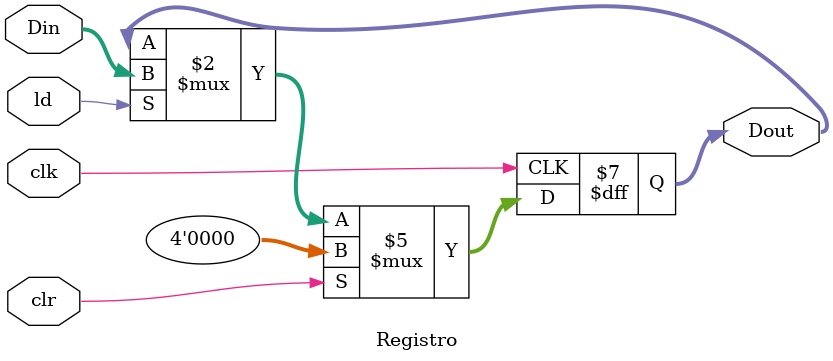
<source format=v>
`timescale 1ns / 1ps

module Registro(
   input [3:0] Din, 
   input clk, ld, clr,
   output [3:0] Dout
   );
   
   reg [3:0] Dout;
   
   always @(posedge clk)
      if (clr)
         Dout <= 0;
      else
         if(ld)
            Dout <= Din;
endmodule

</source>
